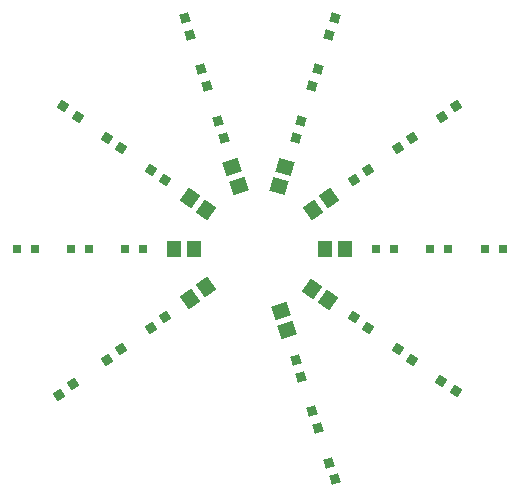
<source format=gtp>
G04*
G04 #@! TF.GenerationSoftware,Altium Limited,Altium Designer,19.0.15 (446)*
G04*
G04 Layer_Color=8421504*
%FSLAX25Y25*%
%MOIN*%
G70*
G01*
G75*
%ADD13P,0.04454X4X333.0*%
%ADD14P,0.04454X4X261.0*%
%ADD15P,0.04454X4X189.0*%
%ADD16P,0.04454X4X117.0*%
G04:AMPARAMS|DCode=17|XSize=53.15mil|YSize=47.24mil|CornerRadius=0mil|HoleSize=0mil|Usage=FLASHONLY|Rotation=198.000|XOffset=0mil|YOffset=0mil|HoleType=Round|Shape=Rectangle|*
%AMROTATEDRECTD17*
4,1,4,0.01797,0.03068,0.03257,-0.01425,-0.01797,-0.03068,-0.03257,0.01425,0.01797,0.03068,0.0*
%
%ADD17ROTATEDRECTD17*%

G04:AMPARAMS|DCode=18|XSize=53.15mil|YSize=47.24mil|CornerRadius=0mil|HoleSize=0mil|Usage=FLASHONLY|Rotation=126.000|XOffset=0mil|YOffset=0mil|HoleType=Round|Shape=Rectangle|*
%AMROTATEDRECTD18*
4,1,4,0.03473,-0.00762,-0.00349,-0.03538,-0.03473,0.00762,0.00349,0.03538,0.03473,-0.00762,0.0*
%
%ADD18ROTATEDRECTD18*%

%ADD19R,0.04724X0.05315*%
G04:AMPARAMS|DCode=20|XSize=53.15mil|YSize=47.24mil|CornerRadius=0mil|HoleSize=0mil|Usage=FLASHONLY|Rotation=54.000|XOffset=0mil|YOffset=0mil|HoleType=Round|Shape=Rectangle|*
%AMROTATEDRECTD20*
4,1,4,0.00349,-0.03538,-0.03473,-0.00762,-0.00349,0.03538,0.03473,0.00762,0.00349,-0.03538,0.0*
%
%ADD20ROTATEDRECTD20*%

G04:AMPARAMS|DCode=21|XSize=53.15mil|YSize=47.24mil|CornerRadius=0mil|HoleSize=0mil|Usage=FLASHONLY|Rotation=344.000|XOffset=0mil|YOffset=0mil|HoleType=Round|Shape=Rectangle|*
%AMROTATEDRECTD21*
4,1,4,-0.03206,-0.01538,-0.01903,0.03003,0.03206,0.01538,0.01903,-0.03003,-0.03206,-0.01538,0.0*
%
%ADD21ROTATEDRECTD21*%

%ADD22R,0.03150X0.03150*%
%ADD23R,0.03150X0.03150*%
%ADD24P,0.04454X4X370.6*%
%ADD25P,0.04454X4X333.0*%
%ADD26P,0.04454X4X333.0*%
%ADD27R,0.03150X0.03150*%
%ADD28R,0.03150X0.03150*%
D13*
X466419Y221233D02*
D03*
X464595Y226850D02*
D03*
X422018Y357886D02*
D03*
X423843Y352269D02*
D03*
X429405Y335150D02*
D03*
X427581Y340767D02*
D03*
X433143Y323648D02*
D03*
X434968Y318031D02*
D03*
D14*
X415499Y258113D02*
D03*
X410722Y254642D02*
D03*
X396159Y244062D02*
D03*
X400937Y247533D02*
D03*
X384757Y235777D02*
D03*
X379979Y232306D02*
D03*
X512403Y328518D02*
D03*
X507625Y325047D02*
D03*
X493063Y314467D02*
D03*
X497841Y317938D02*
D03*
X483278Y307358D02*
D03*
X478501Y303887D02*
D03*
D15*
X386375Y325047D02*
D03*
X381597Y328518D02*
D03*
X396159Y317938D02*
D03*
X400937Y314467D02*
D03*
X415499Y303887D02*
D03*
X410722Y307358D02*
D03*
X493063Y247533D02*
D03*
X497841Y244062D02*
D03*
X483278Y254642D02*
D03*
X478501Y258113D02*
D03*
D16*
X466419Y340767D02*
D03*
X464595Y335150D02*
D03*
X470157Y352269D02*
D03*
X471982Y357886D02*
D03*
X459032Y318031D02*
D03*
X460857Y323648D02*
D03*
D17*
X453981Y260269D02*
D03*
X456049Y253904D02*
D03*
X437950Y308301D02*
D03*
X440018Y301936D02*
D03*
D18*
X429253Y268106D02*
D03*
X423838Y264172D02*
D03*
X470162Y297828D02*
D03*
X464747Y293894D02*
D03*
D19*
X468898Y281000D02*
D03*
X475591Y281000D02*
D03*
X418307Y281000D02*
D03*
X425000Y281000D02*
D03*
D20*
X429253Y293894D02*
D03*
X423838Y297828D02*
D03*
X469951Y263781D02*
D03*
X464537Y267715D02*
D03*
D21*
X453475Y301901D02*
D03*
X455319Y308335D02*
D03*
D22*
X522079Y281000D02*
D03*
X402157Y281000D02*
D03*
X408063Y281000D02*
D03*
X390063Y281000D02*
D03*
X384157D02*
D03*
X366158D02*
D03*
X372063D02*
D03*
D23*
X527984D02*
D03*
D24*
X512449Y233547D02*
D03*
X507578Y236886D02*
D03*
D25*
X459032Y243969D02*
D03*
X460857Y238352D02*
D03*
D26*
X470157Y209731D02*
D03*
X471982Y204114D02*
D03*
D27*
X485937Y281000D02*
D03*
X491843Y281000D02*
D03*
D28*
X509842Y281000D02*
D03*
X503937Y281000D02*
D03*
M02*

</source>
